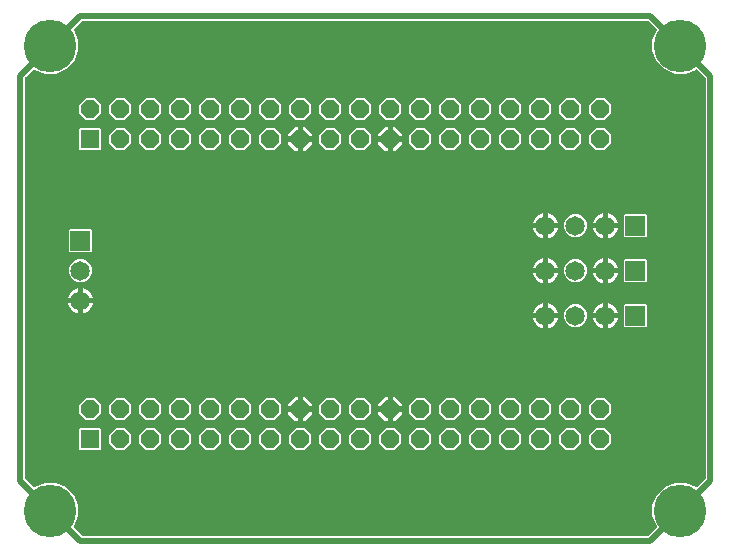
<source format=gbr>
G04 EAGLE Gerber RS-274X export*
G75*
%MOMM*%
%FSLAX34Y34*%
%LPD*%
%INBottom Copper*%
%IPPOS*%
%AMOC8*
5,1,8,0,0,1.08239X$1,22.5*%
G01*
%ADD10C,4.445000*%
%ADD11R,1.651000X1.651000*%
%ADD12C,1.651000*%
%ADD13R,1.524000X1.524000*%
%ADD14P,1.649562X8X22.500000*%
%ADD15C,0.756400*%
%ADD16C,0.508000*%

G36*
X543989Y16777D02*
X543989Y16777D01*
X544088Y16780D01*
X544146Y16797D01*
X544206Y16805D01*
X544298Y16841D01*
X544393Y16869D01*
X544445Y16899D01*
X544502Y16922D01*
X544582Y16980D01*
X544667Y17030D01*
X544743Y17096D01*
X544759Y17108D01*
X544767Y17118D01*
X544788Y17136D01*
X551039Y23388D01*
X551058Y23411D01*
X551080Y23430D01*
X551155Y23536D01*
X551234Y23639D01*
X551246Y23666D01*
X551263Y23690D01*
X551309Y23812D01*
X551361Y23931D01*
X551365Y23960D01*
X551376Y23988D01*
X551390Y24117D01*
X551411Y24245D01*
X551408Y24274D01*
X551411Y24304D01*
X551393Y24432D01*
X551381Y24562D01*
X551371Y24589D01*
X551367Y24619D01*
X551315Y24771D01*
X547750Y33376D01*
X547750Y42824D01*
X551366Y51553D01*
X558047Y58234D01*
X566776Y61850D01*
X576224Y61850D01*
X584829Y58285D01*
X584857Y58278D01*
X584884Y58264D01*
X585011Y58236D01*
X585136Y58202D01*
X585165Y58201D01*
X585194Y58195D01*
X585324Y58199D01*
X585454Y58196D01*
X585482Y58203D01*
X585512Y58204D01*
X585636Y58240D01*
X585763Y58271D01*
X585789Y58284D01*
X585817Y58293D01*
X585929Y58359D01*
X586044Y58419D01*
X586066Y58439D01*
X586091Y58454D01*
X586212Y58561D01*
X592464Y64812D01*
X592524Y64890D01*
X592592Y64962D01*
X592621Y65015D01*
X592658Y65063D01*
X592698Y65154D01*
X592746Y65241D01*
X592761Y65299D01*
X592785Y65355D01*
X592800Y65453D01*
X592825Y65549D01*
X592831Y65649D01*
X592835Y65669D01*
X592833Y65681D01*
X592835Y65709D01*
X592835Y404191D01*
X592823Y404289D01*
X592820Y404388D01*
X592803Y404446D01*
X592795Y404506D01*
X592759Y404598D01*
X592731Y404693D01*
X592701Y404745D01*
X592678Y404802D01*
X592620Y404882D01*
X592570Y404967D01*
X592504Y405043D01*
X592492Y405059D01*
X592482Y405067D01*
X592464Y405088D01*
X586212Y411339D01*
X586189Y411358D01*
X586170Y411380D01*
X586064Y411455D01*
X585961Y411534D01*
X585934Y411546D01*
X585910Y411563D01*
X585788Y411609D01*
X585669Y411661D01*
X585640Y411665D01*
X585612Y411676D01*
X585483Y411690D01*
X585355Y411711D01*
X585326Y411708D01*
X585296Y411711D01*
X585168Y411693D01*
X585038Y411681D01*
X585011Y411671D01*
X584981Y411667D01*
X584829Y411615D01*
X576224Y408050D01*
X566776Y408050D01*
X558047Y411666D01*
X551366Y418347D01*
X547750Y427076D01*
X547750Y436524D01*
X551315Y445129D01*
X551322Y445157D01*
X551336Y445184D01*
X551364Y445311D01*
X551398Y445436D01*
X551399Y445465D01*
X551405Y445494D01*
X551401Y445624D01*
X551404Y445754D01*
X551397Y445782D01*
X551396Y445812D01*
X551360Y445936D01*
X551329Y446063D01*
X551316Y446089D01*
X551307Y446117D01*
X551241Y446229D01*
X551181Y446344D01*
X551161Y446366D01*
X551146Y446391D01*
X551039Y446512D01*
X544788Y452764D01*
X544710Y452824D01*
X544638Y452892D01*
X544585Y452921D01*
X544537Y452958D01*
X544446Y452998D01*
X544359Y453046D01*
X544301Y453061D01*
X544245Y453085D01*
X544147Y453100D01*
X544051Y453125D01*
X543951Y453131D01*
X543931Y453135D01*
X543919Y453133D01*
X543891Y453135D01*
X65709Y453135D01*
X65611Y453123D01*
X65512Y453120D01*
X65454Y453103D01*
X65394Y453095D01*
X65302Y453059D01*
X65207Y453031D01*
X65155Y453001D01*
X65098Y452978D01*
X65018Y452920D01*
X64933Y452870D01*
X64857Y452804D01*
X64841Y452792D01*
X64833Y452782D01*
X64812Y452764D01*
X58561Y446512D01*
X58542Y446489D01*
X58520Y446470D01*
X58445Y446364D01*
X58366Y446261D01*
X58354Y446234D01*
X58337Y446210D01*
X58291Y446088D01*
X58239Y445969D01*
X58235Y445940D01*
X58224Y445912D01*
X58210Y445783D01*
X58189Y445655D01*
X58192Y445626D01*
X58189Y445596D01*
X58207Y445468D01*
X58219Y445338D01*
X58229Y445311D01*
X58233Y445281D01*
X58285Y445129D01*
X61850Y436524D01*
X61850Y427076D01*
X58234Y418347D01*
X51553Y411666D01*
X42824Y408050D01*
X33376Y408050D01*
X24771Y411615D01*
X24743Y411622D01*
X24716Y411636D01*
X24589Y411664D01*
X24464Y411698D01*
X24435Y411699D01*
X24406Y411705D01*
X24276Y411701D01*
X24146Y411704D01*
X24118Y411697D01*
X24088Y411696D01*
X23964Y411660D01*
X23837Y411629D01*
X23811Y411616D01*
X23783Y411607D01*
X23671Y411541D01*
X23556Y411481D01*
X23534Y411461D01*
X23509Y411446D01*
X23388Y411339D01*
X17136Y405088D01*
X17076Y405010D01*
X17008Y404938D01*
X16979Y404885D01*
X16942Y404837D01*
X16902Y404746D01*
X16854Y404659D01*
X16839Y404601D01*
X16815Y404545D01*
X16800Y404447D01*
X16775Y404351D01*
X16769Y404251D01*
X16765Y404231D01*
X16767Y404219D01*
X16765Y404191D01*
X16765Y65709D01*
X16777Y65611D01*
X16780Y65512D01*
X16797Y65454D01*
X16805Y65394D01*
X16841Y65302D01*
X16869Y65207D01*
X16899Y65154D01*
X16922Y65098D01*
X16980Y65018D01*
X17030Y64933D01*
X17096Y64857D01*
X17108Y64841D01*
X17118Y64833D01*
X17136Y64812D01*
X23388Y58561D01*
X23411Y58542D01*
X23430Y58520D01*
X23536Y58445D01*
X23639Y58366D01*
X23666Y58354D01*
X23690Y58337D01*
X23812Y58291D01*
X23931Y58239D01*
X23960Y58235D01*
X23988Y58224D01*
X24117Y58210D01*
X24245Y58189D01*
X24274Y58192D01*
X24304Y58189D01*
X24432Y58207D01*
X24562Y58219D01*
X24589Y58229D01*
X24619Y58233D01*
X24771Y58285D01*
X33376Y61850D01*
X42824Y61850D01*
X51553Y58234D01*
X58234Y51553D01*
X61850Y42824D01*
X61850Y33376D01*
X58285Y24771D01*
X58278Y24743D01*
X58264Y24716D01*
X58236Y24589D01*
X58202Y24464D01*
X58201Y24435D01*
X58195Y24406D01*
X58199Y24276D01*
X58196Y24146D01*
X58203Y24118D01*
X58204Y24088D01*
X58240Y23964D01*
X58271Y23837D01*
X58284Y23811D01*
X58293Y23783D01*
X58359Y23671D01*
X58419Y23556D01*
X58439Y23534D01*
X58454Y23509D01*
X58561Y23388D01*
X64812Y17136D01*
X64890Y17076D01*
X64962Y17008D01*
X65015Y16979D01*
X65063Y16942D01*
X65154Y16902D01*
X65241Y16854D01*
X65299Y16839D01*
X65355Y16815D01*
X65453Y16800D01*
X65549Y16775D01*
X65649Y16769D01*
X65669Y16765D01*
X65681Y16767D01*
X65709Y16765D01*
X543891Y16765D01*
X543989Y16777D01*
G37*
%LPC*%
G36*
X524513Y193420D02*
X524513Y193420D01*
X523620Y194313D01*
X523620Y212087D01*
X524513Y212980D01*
X542287Y212980D01*
X543180Y212087D01*
X543180Y194313D01*
X542287Y193420D01*
X524513Y193420D01*
G37*
%LPD*%
%LPC*%
G36*
X524513Y231520D02*
X524513Y231520D01*
X523620Y232413D01*
X523620Y250187D01*
X524513Y251080D01*
X542287Y251080D01*
X543180Y250187D01*
X543180Y232413D01*
X542287Y231520D01*
X524513Y231520D01*
G37*
%LPD*%
%LPC*%
G36*
X54613Y256920D02*
X54613Y256920D01*
X53720Y257813D01*
X53720Y275587D01*
X54613Y276480D01*
X72387Y276480D01*
X73280Y275587D01*
X73280Y257813D01*
X72387Y256920D01*
X54613Y256920D01*
G37*
%LPD*%
%LPC*%
G36*
X524513Y269620D02*
X524513Y269620D01*
X523620Y270513D01*
X523620Y288287D01*
X524513Y289180D01*
X542287Y289180D01*
X543180Y288287D01*
X543180Y270513D01*
X542287Y269620D01*
X524513Y269620D01*
G37*
%LPD*%
%LPC*%
G36*
X63548Y343655D02*
X63548Y343655D01*
X62655Y344548D01*
X62655Y361052D01*
X63548Y361945D01*
X80052Y361945D01*
X80945Y361052D01*
X80945Y344548D01*
X80052Y343655D01*
X63548Y343655D01*
G37*
%LPD*%
%LPC*%
G36*
X63548Y89655D02*
X63548Y89655D01*
X62655Y90548D01*
X62655Y107052D01*
X63548Y107945D01*
X80052Y107945D01*
X80945Y107052D01*
X80945Y90548D01*
X80052Y89655D01*
X63548Y89655D01*
G37*
%LPD*%
%LPC*%
G36*
X480655Y193420D02*
X480655Y193420D01*
X477060Y194909D01*
X474309Y197660D01*
X472820Y201255D01*
X472820Y205145D01*
X474309Y208740D01*
X477060Y211491D01*
X480655Y212980D01*
X484545Y212980D01*
X488140Y211491D01*
X490891Y208740D01*
X492380Y205145D01*
X492380Y201255D01*
X490891Y197660D01*
X488140Y194909D01*
X484545Y193420D01*
X480655Y193420D01*
G37*
%LPD*%
%LPC*%
G36*
X61555Y231520D02*
X61555Y231520D01*
X57960Y233009D01*
X55209Y235760D01*
X53720Y239355D01*
X53720Y243245D01*
X55209Y246840D01*
X57960Y249591D01*
X61555Y251080D01*
X65445Y251080D01*
X69040Y249591D01*
X71791Y246840D01*
X73280Y243245D01*
X73280Y239355D01*
X71791Y235760D01*
X69040Y233009D01*
X65445Y231520D01*
X61555Y231520D01*
G37*
%LPD*%
%LPC*%
G36*
X480655Y231520D02*
X480655Y231520D01*
X477060Y233009D01*
X474309Y235760D01*
X472820Y239355D01*
X472820Y243245D01*
X474309Y246840D01*
X477060Y249591D01*
X480655Y251080D01*
X484545Y251080D01*
X488140Y249591D01*
X490891Y246840D01*
X492380Y243245D01*
X492380Y239355D01*
X490891Y235760D01*
X488140Y233009D01*
X484545Y231520D01*
X480655Y231520D01*
G37*
%LPD*%
%LPC*%
G36*
X480655Y269620D02*
X480655Y269620D01*
X477060Y271109D01*
X474309Y273860D01*
X472820Y277455D01*
X472820Y281345D01*
X474309Y284940D01*
X477060Y287691D01*
X480655Y289180D01*
X484545Y289180D01*
X488140Y287691D01*
X490891Y284940D01*
X492380Y281345D01*
X492380Y277455D01*
X490891Y273860D01*
X488140Y271109D01*
X484545Y269620D01*
X480655Y269620D01*
G37*
%LPD*%
%LPC*%
G36*
X296612Y369055D02*
X296612Y369055D01*
X291255Y374412D01*
X291255Y381988D01*
X296612Y387345D01*
X304188Y387345D01*
X309545Y381988D01*
X309545Y374412D01*
X304188Y369055D01*
X296612Y369055D01*
G37*
%LPD*%
%LPC*%
G36*
X499812Y369055D02*
X499812Y369055D01*
X494455Y374412D01*
X494455Y381988D01*
X499812Y387345D01*
X507388Y387345D01*
X512745Y381988D01*
X512745Y374412D01*
X507388Y369055D01*
X499812Y369055D01*
G37*
%LPD*%
%LPC*%
G36*
X271212Y369055D02*
X271212Y369055D01*
X265855Y374412D01*
X265855Y381988D01*
X271212Y387345D01*
X278788Y387345D01*
X284145Y381988D01*
X284145Y374412D01*
X278788Y369055D01*
X271212Y369055D01*
G37*
%LPD*%
%LPC*%
G36*
X245812Y369055D02*
X245812Y369055D01*
X240455Y374412D01*
X240455Y381988D01*
X245812Y387345D01*
X253388Y387345D01*
X258745Y381988D01*
X258745Y374412D01*
X253388Y369055D01*
X245812Y369055D01*
G37*
%LPD*%
%LPC*%
G36*
X220412Y369055D02*
X220412Y369055D01*
X215055Y374412D01*
X215055Y381988D01*
X220412Y387345D01*
X227988Y387345D01*
X233345Y381988D01*
X233345Y374412D01*
X227988Y369055D01*
X220412Y369055D01*
G37*
%LPD*%
%LPC*%
G36*
X169612Y369055D02*
X169612Y369055D01*
X164255Y374412D01*
X164255Y381988D01*
X169612Y387345D01*
X177188Y387345D01*
X182545Y381988D01*
X182545Y374412D01*
X177188Y369055D01*
X169612Y369055D01*
G37*
%LPD*%
%LPC*%
G36*
X372812Y369055D02*
X372812Y369055D01*
X367455Y374412D01*
X367455Y381988D01*
X372812Y387345D01*
X380388Y387345D01*
X385745Y381988D01*
X385745Y374412D01*
X380388Y369055D01*
X372812Y369055D01*
G37*
%LPD*%
%LPC*%
G36*
X144212Y369055D02*
X144212Y369055D01*
X138855Y374412D01*
X138855Y381988D01*
X144212Y387345D01*
X151788Y387345D01*
X157145Y381988D01*
X157145Y374412D01*
X151788Y369055D01*
X144212Y369055D01*
G37*
%LPD*%
%LPC*%
G36*
X118812Y369055D02*
X118812Y369055D01*
X113455Y374412D01*
X113455Y381988D01*
X118812Y387345D01*
X126388Y387345D01*
X131745Y381988D01*
X131745Y374412D01*
X126388Y369055D01*
X118812Y369055D01*
G37*
%LPD*%
%LPC*%
G36*
X93412Y369055D02*
X93412Y369055D01*
X88055Y374412D01*
X88055Y381988D01*
X93412Y387345D01*
X100988Y387345D01*
X106345Y381988D01*
X106345Y374412D01*
X100988Y369055D01*
X93412Y369055D01*
G37*
%LPD*%
%LPC*%
G36*
X195012Y369055D02*
X195012Y369055D01*
X189655Y374412D01*
X189655Y381988D01*
X195012Y387345D01*
X202588Y387345D01*
X207945Y381988D01*
X207945Y374412D01*
X202588Y369055D01*
X195012Y369055D01*
G37*
%LPD*%
%LPC*%
G36*
X474412Y369055D02*
X474412Y369055D01*
X469055Y374412D01*
X469055Y381988D01*
X474412Y387345D01*
X481988Y387345D01*
X487345Y381988D01*
X487345Y374412D01*
X481988Y369055D01*
X474412Y369055D01*
G37*
%LPD*%
%LPC*%
G36*
X449012Y369055D02*
X449012Y369055D01*
X443655Y374412D01*
X443655Y381988D01*
X449012Y387345D01*
X456588Y387345D01*
X461945Y381988D01*
X461945Y374412D01*
X456588Y369055D01*
X449012Y369055D01*
G37*
%LPD*%
%LPC*%
G36*
X423612Y369055D02*
X423612Y369055D01*
X418255Y374412D01*
X418255Y381988D01*
X423612Y387345D01*
X431188Y387345D01*
X436545Y381988D01*
X436545Y374412D01*
X431188Y369055D01*
X423612Y369055D01*
G37*
%LPD*%
%LPC*%
G36*
X398212Y369055D02*
X398212Y369055D01*
X392855Y374412D01*
X392855Y381988D01*
X398212Y387345D01*
X405788Y387345D01*
X411145Y381988D01*
X411145Y374412D01*
X405788Y369055D01*
X398212Y369055D01*
G37*
%LPD*%
%LPC*%
G36*
X68012Y369055D02*
X68012Y369055D01*
X62655Y374412D01*
X62655Y381988D01*
X68012Y387345D01*
X75588Y387345D01*
X80945Y381988D01*
X80945Y374412D01*
X75588Y369055D01*
X68012Y369055D01*
G37*
%LPD*%
%LPC*%
G36*
X347412Y369055D02*
X347412Y369055D01*
X342055Y374412D01*
X342055Y381988D01*
X347412Y387345D01*
X354988Y387345D01*
X360345Y381988D01*
X360345Y374412D01*
X354988Y369055D01*
X347412Y369055D01*
G37*
%LPD*%
%LPC*%
G36*
X322012Y369055D02*
X322012Y369055D01*
X316655Y374412D01*
X316655Y381988D01*
X322012Y387345D01*
X329588Y387345D01*
X334945Y381988D01*
X334945Y374412D01*
X329588Y369055D01*
X322012Y369055D01*
G37*
%LPD*%
%LPC*%
G36*
X474412Y89655D02*
X474412Y89655D01*
X469055Y95012D01*
X469055Y102588D01*
X474412Y107945D01*
X481988Y107945D01*
X487345Y102588D01*
X487345Y95012D01*
X481988Y89655D01*
X474412Y89655D01*
G37*
%LPD*%
%LPC*%
G36*
X423612Y89655D02*
X423612Y89655D01*
X418255Y95012D01*
X418255Y102588D01*
X423612Y107945D01*
X431188Y107945D01*
X436545Y102588D01*
X436545Y95012D01*
X431188Y89655D01*
X423612Y89655D01*
G37*
%LPD*%
%LPC*%
G36*
X398212Y89655D02*
X398212Y89655D01*
X392855Y95012D01*
X392855Y102588D01*
X398212Y107945D01*
X405788Y107945D01*
X411145Y102588D01*
X411145Y95012D01*
X405788Y89655D01*
X398212Y89655D01*
G37*
%LPD*%
%LPC*%
G36*
X372812Y89655D02*
X372812Y89655D01*
X367455Y95012D01*
X367455Y102588D01*
X372812Y107945D01*
X380388Y107945D01*
X385745Y102588D01*
X385745Y95012D01*
X380388Y89655D01*
X372812Y89655D01*
G37*
%LPD*%
%LPC*%
G36*
X499812Y343655D02*
X499812Y343655D01*
X494455Y349012D01*
X494455Y356588D01*
X499812Y361945D01*
X507388Y361945D01*
X512745Y356588D01*
X512745Y349012D01*
X507388Y343655D01*
X499812Y343655D01*
G37*
%LPD*%
%LPC*%
G36*
X474412Y343655D02*
X474412Y343655D01*
X469055Y349012D01*
X469055Y356588D01*
X474412Y361945D01*
X481988Y361945D01*
X487345Y356588D01*
X487345Y349012D01*
X481988Y343655D01*
X474412Y343655D01*
G37*
%LPD*%
%LPC*%
G36*
X449012Y343655D02*
X449012Y343655D01*
X443655Y349012D01*
X443655Y356588D01*
X449012Y361945D01*
X456588Y361945D01*
X461945Y356588D01*
X461945Y349012D01*
X456588Y343655D01*
X449012Y343655D01*
G37*
%LPD*%
%LPC*%
G36*
X423612Y343655D02*
X423612Y343655D01*
X418255Y349012D01*
X418255Y356588D01*
X423612Y361945D01*
X431188Y361945D01*
X436545Y356588D01*
X436545Y349012D01*
X431188Y343655D01*
X423612Y343655D01*
G37*
%LPD*%
%LPC*%
G36*
X398212Y343655D02*
X398212Y343655D01*
X392855Y349012D01*
X392855Y356588D01*
X398212Y361945D01*
X405788Y361945D01*
X411145Y356588D01*
X411145Y349012D01*
X405788Y343655D01*
X398212Y343655D01*
G37*
%LPD*%
%LPC*%
G36*
X372812Y343655D02*
X372812Y343655D01*
X367455Y349012D01*
X367455Y356588D01*
X372812Y361945D01*
X380388Y361945D01*
X385745Y356588D01*
X385745Y349012D01*
X380388Y343655D01*
X372812Y343655D01*
G37*
%LPD*%
%LPC*%
G36*
X347412Y343655D02*
X347412Y343655D01*
X342055Y349012D01*
X342055Y356588D01*
X347412Y361945D01*
X354988Y361945D01*
X360345Y356588D01*
X360345Y349012D01*
X354988Y343655D01*
X347412Y343655D01*
G37*
%LPD*%
%LPC*%
G36*
X296612Y343655D02*
X296612Y343655D01*
X291255Y349012D01*
X291255Y356588D01*
X296612Y361945D01*
X304188Y361945D01*
X309545Y356588D01*
X309545Y349012D01*
X304188Y343655D01*
X296612Y343655D01*
G37*
%LPD*%
%LPC*%
G36*
X271212Y343655D02*
X271212Y343655D01*
X265855Y349012D01*
X265855Y356588D01*
X271212Y361945D01*
X278788Y361945D01*
X284145Y356588D01*
X284145Y349012D01*
X278788Y343655D01*
X271212Y343655D01*
G37*
%LPD*%
%LPC*%
G36*
X220412Y343655D02*
X220412Y343655D01*
X215055Y349012D01*
X215055Y356588D01*
X220412Y361945D01*
X227988Y361945D01*
X233345Y356588D01*
X233345Y349012D01*
X227988Y343655D01*
X220412Y343655D01*
G37*
%LPD*%
%LPC*%
G36*
X195012Y343655D02*
X195012Y343655D01*
X189655Y349012D01*
X189655Y356588D01*
X195012Y361945D01*
X202588Y361945D01*
X207945Y356588D01*
X207945Y349012D01*
X202588Y343655D01*
X195012Y343655D01*
G37*
%LPD*%
%LPC*%
G36*
X169612Y343655D02*
X169612Y343655D01*
X164255Y349012D01*
X164255Y356588D01*
X169612Y361945D01*
X177188Y361945D01*
X182545Y356588D01*
X182545Y349012D01*
X177188Y343655D01*
X169612Y343655D01*
G37*
%LPD*%
%LPC*%
G36*
X144212Y343655D02*
X144212Y343655D01*
X138855Y349012D01*
X138855Y356588D01*
X144212Y361945D01*
X151788Y361945D01*
X157145Y356588D01*
X157145Y349012D01*
X151788Y343655D01*
X144212Y343655D01*
G37*
%LPD*%
%LPC*%
G36*
X118812Y343655D02*
X118812Y343655D01*
X113455Y349012D01*
X113455Y356588D01*
X118812Y361945D01*
X126388Y361945D01*
X131745Y356588D01*
X131745Y349012D01*
X126388Y343655D01*
X118812Y343655D01*
G37*
%LPD*%
%LPC*%
G36*
X93412Y343655D02*
X93412Y343655D01*
X88055Y349012D01*
X88055Y356588D01*
X93412Y361945D01*
X100988Y361945D01*
X106345Y356588D01*
X106345Y349012D01*
X100988Y343655D01*
X93412Y343655D01*
G37*
%LPD*%
%LPC*%
G36*
X347412Y89655D02*
X347412Y89655D01*
X342055Y95012D01*
X342055Y102588D01*
X347412Y107945D01*
X354988Y107945D01*
X360345Y102588D01*
X360345Y95012D01*
X354988Y89655D01*
X347412Y89655D01*
G37*
%LPD*%
%LPC*%
G36*
X322012Y89655D02*
X322012Y89655D01*
X316655Y95012D01*
X316655Y102588D01*
X322012Y107945D01*
X329588Y107945D01*
X334945Y102588D01*
X334945Y95012D01*
X329588Y89655D01*
X322012Y89655D01*
G37*
%LPD*%
%LPC*%
G36*
X296612Y89655D02*
X296612Y89655D01*
X291255Y95012D01*
X291255Y102588D01*
X296612Y107945D01*
X304188Y107945D01*
X309545Y102588D01*
X309545Y95012D01*
X304188Y89655D01*
X296612Y89655D01*
G37*
%LPD*%
%LPC*%
G36*
X271212Y89655D02*
X271212Y89655D01*
X265855Y95012D01*
X265855Y102588D01*
X271212Y107945D01*
X278788Y107945D01*
X284145Y102588D01*
X284145Y95012D01*
X278788Y89655D01*
X271212Y89655D01*
G37*
%LPD*%
%LPC*%
G36*
X245812Y89655D02*
X245812Y89655D01*
X240455Y95012D01*
X240455Y102588D01*
X245812Y107945D01*
X253388Y107945D01*
X258745Y102588D01*
X258745Y95012D01*
X253388Y89655D01*
X245812Y89655D01*
G37*
%LPD*%
%LPC*%
G36*
X220412Y89655D02*
X220412Y89655D01*
X215055Y95012D01*
X215055Y102588D01*
X220412Y107945D01*
X227988Y107945D01*
X233345Y102588D01*
X233345Y95012D01*
X227988Y89655D01*
X220412Y89655D01*
G37*
%LPD*%
%LPC*%
G36*
X195012Y89655D02*
X195012Y89655D01*
X189655Y95012D01*
X189655Y102588D01*
X195012Y107945D01*
X202588Y107945D01*
X207945Y102588D01*
X207945Y95012D01*
X202588Y89655D01*
X195012Y89655D01*
G37*
%LPD*%
%LPC*%
G36*
X169612Y89655D02*
X169612Y89655D01*
X164255Y95012D01*
X164255Y102588D01*
X169612Y107945D01*
X177188Y107945D01*
X182545Y102588D01*
X182545Y95012D01*
X177188Y89655D01*
X169612Y89655D01*
G37*
%LPD*%
%LPC*%
G36*
X144212Y89655D02*
X144212Y89655D01*
X138855Y95012D01*
X138855Y102588D01*
X144212Y107945D01*
X151788Y107945D01*
X157145Y102588D01*
X157145Y95012D01*
X151788Y89655D01*
X144212Y89655D01*
G37*
%LPD*%
%LPC*%
G36*
X118812Y89655D02*
X118812Y89655D01*
X113455Y95012D01*
X113455Y102588D01*
X118812Y107945D01*
X126388Y107945D01*
X131745Y102588D01*
X131745Y95012D01*
X126388Y89655D01*
X118812Y89655D01*
G37*
%LPD*%
%LPC*%
G36*
X93412Y89655D02*
X93412Y89655D01*
X88055Y95012D01*
X88055Y102588D01*
X93412Y107945D01*
X100988Y107945D01*
X106345Y102588D01*
X106345Y95012D01*
X100988Y89655D01*
X93412Y89655D01*
G37*
%LPD*%
%LPC*%
G36*
X449012Y89655D02*
X449012Y89655D01*
X443655Y95012D01*
X443655Y102588D01*
X449012Y107945D01*
X456588Y107945D01*
X461945Y102588D01*
X461945Y95012D01*
X456588Y89655D01*
X449012Y89655D01*
G37*
%LPD*%
%LPC*%
G36*
X118812Y115055D02*
X118812Y115055D01*
X113455Y120412D01*
X113455Y127988D01*
X118812Y133345D01*
X126388Y133345D01*
X131745Y127988D01*
X131745Y120412D01*
X126388Y115055D01*
X118812Y115055D01*
G37*
%LPD*%
%LPC*%
G36*
X347412Y115055D02*
X347412Y115055D01*
X342055Y120412D01*
X342055Y127988D01*
X347412Y133345D01*
X354988Y133345D01*
X360345Y127988D01*
X360345Y120412D01*
X354988Y115055D01*
X347412Y115055D01*
G37*
%LPD*%
%LPC*%
G36*
X296612Y115055D02*
X296612Y115055D01*
X291255Y120412D01*
X291255Y127988D01*
X296612Y133345D01*
X304188Y133345D01*
X309545Y127988D01*
X309545Y120412D01*
X304188Y115055D01*
X296612Y115055D01*
G37*
%LPD*%
%LPC*%
G36*
X271212Y115055D02*
X271212Y115055D01*
X265855Y120412D01*
X265855Y127988D01*
X271212Y133345D01*
X278788Y133345D01*
X284145Y127988D01*
X284145Y120412D01*
X278788Y115055D01*
X271212Y115055D01*
G37*
%LPD*%
%LPC*%
G36*
X220412Y115055D02*
X220412Y115055D01*
X215055Y120412D01*
X215055Y127988D01*
X220412Y133345D01*
X227988Y133345D01*
X233345Y127988D01*
X233345Y120412D01*
X227988Y115055D01*
X220412Y115055D01*
G37*
%LPD*%
%LPC*%
G36*
X195012Y115055D02*
X195012Y115055D01*
X189655Y120412D01*
X189655Y127988D01*
X195012Y133345D01*
X202588Y133345D01*
X207945Y127988D01*
X207945Y120412D01*
X202588Y115055D01*
X195012Y115055D01*
G37*
%LPD*%
%LPC*%
G36*
X169612Y115055D02*
X169612Y115055D01*
X164255Y120412D01*
X164255Y127988D01*
X169612Y133345D01*
X177188Y133345D01*
X182545Y127988D01*
X182545Y120412D01*
X177188Y115055D01*
X169612Y115055D01*
G37*
%LPD*%
%LPC*%
G36*
X144212Y115055D02*
X144212Y115055D01*
X138855Y120412D01*
X138855Y127988D01*
X144212Y133345D01*
X151788Y133345D01*
X157145Y127988D01*
X157145Y120412D01*
X151788Y115055D01*
X144212Y115055D01*
G37*
%LPD*%
%LPC*%
G36*
X93412Y115055D02*
X93412Y115055D01*
X88055Y120412D01*
X88055Y127988D01*
X93412Y133345D01*
X100988Y133345D01*
X106345Y127988D01*
X106345Y120412D01*
X100988Y115055D01*
X93412Y115055D01*
G37*
%LPD*%
%LPC*%
G36*
X68012Y115055D02*
X68012Y115055D01*
X62655Y120412D01*
X62655Y127988D01*
X68012Y133345D01*
X75588Y133345D01*
X80945Y127988D01*
X80945Y120412D01*
X75588Y115055D01*
X68012Y115055D01*
G37*
%LPD*%
%LPC*%
G36*
X499812Y115055D02*
X499812Y115055D01*
X494455Y120412D01*
X494455Y127988D01*
X499812Y133345D01*
X507388Y133345D01*
X512745Y127988D01*
X512745Y120412D01*
X507388Y115055D01*
X499812Y115055D01*
G37*
%LPD*%
%LPC*%
G36*
X474412Y115055D02*
X474412Y115055D01*
X469055Y120412D01*
X469055Y127988D01*
X474412Y133345D01*
X481988Y133345D01*
X487345Y127988D01*
X487345Y120412D01*
X481988Y115055D01*
X474412Y115055D01*
G37*
%LPD*%
%LPC*%
G36*
X449012Y115055D02*
X449012Y115055D01*
X443655Y120412D01*
X443655Y127988D01*
X449012Y133345D01*
X456588Y133345D01*
X461945Y127988D01*
X461945Y120412D01*
X456588Y115055D01*
X449012Y115055D01*
G37*
%LPD*%
%LPC*%
G36*
X423612Y115055D02*
X423612Y115055D01*
X418255Y120412D01*
X418255Y127988D01*
X423612Y133345D01*
X431188Y133345D01*
X436545Y127988D01*
X436545Y120412D01*
X431188Y115055D01*
X423612Y115055D01*
G37*
%LPD*%
%LPC*%
G36*
X398212Y115055D02*
X398212Y115055D01*
X392855Y120412D01*
X392855Y127988D01*
X398212Y133345D01*
X405788Y133345D01*
X411145Y127988D01*
X411145Y120412D01*
X405788Y115055D01*
X398212Y115055D01*
G37*
%LPD*%
%LPC*%
G36*
X372812Y115055D02*
X372812Y115055D01*
X367455Y120412D01*
X367455Y127988D01*
X372812Y133345D01*
X380388Y133345D01*
X385745Y127988D01*
X385745Y120412D01*
X380388Y115055D01*
X372812Y115055D01*
G37*
%LPD*%
%LPC*%
G36*
X499812Y89655D02*
X499812Y89655D01*
X494455Y95012D01*
X494455Y102588D01*
X499812Y107945D01*
X507388Y107945D01*
X512745Y102588D01*
X512745Y95012D01*
X507388Y89655D01*
X499812Y89655D01*
G37*
%LPD*%
%LPC*%
G36*
X459422Y243522D02*
X459422Y243522D01*
X459422Y251878D01*
X459728Y251830D01*
X461344Y251305D01*
X462858Y250533D01*
X464233Y249535D01*
X465435Y248333D01*
X466433Y246958D01*
X467205Y245444D01*
X467730Y243828D01*
X467778Y243522D01*
X459422Y243522D01*
G37*
%LPD*%
%LPC*%
G36*
X65722Y218122D02*
X65722Y218122D01*
X65722Y226478D01*
X66028Y226430D01*
X67644Y225905D01*
X69158Y225133D01*
X70533Y224135D01*
X71735Y222933D01*
X72733Y221558D01*
X73505Y220044D01*
X74030Y218428D01*
X74078Y218122D01*
X65722Y218122D01*
G37*
%LPD*%
%LPC*%
G36*
X510222Y243522D02*
X510222Y243522D01*
X510222Y251878D01*
X510528Y251830D01*
X512144Y251305D01*
X513658Y250533D01*
X515033Y249535D01*
X516235Y248333D01*
X517233Y246958D01*
X518005Y245444D01*
X518530Y243828D01*
X518578Y243522D01*
X510222Y243522D01*
G37*
%LPD*%
%LPC*%
G36*
X459422Y205422D02*
X459422Y205422D01*
X459422Y213778D01*
X459728Y213730D01*
X461344Y213205D01*
X462858Y212433D01*
X464233Y211435D01*
X465435Y210233D01*
X466433Y208858D01*
X467205Y207344D01*
X467730Y205728D01*
X467778Y205422D01*
X459422Y205422D01*
G37*
%LPD*%
%LPC*%
G36*
X510222Y205422D02*
X510222Y205422D01*
X510222Y213778D01*
X510528Y213730D01*
X512144Y213205D01*
X513658Y212433D01*
X515033Y211435D01*
X516235Y210233D01*
X517233Y208858D01*
X518005Y207344D01*
X518530Y205728D01*
X518578Y205422D01*
X510222Y205422D01*
G37*
%LPD*%
%LPC*%
G36*
X510222Y281622D02*
X510222Y281622D01*
X510222Y289978D01*
X510528Y289930D01*
X512144Y289405D01*
X513658Y288633D01*
X515033Y287635D01*
X516235Y286433D01*
X517233Y285058D01*
X518005Y283544D01*
X518530Y281928D01*
X518578Y281622D01*
X510222Y281622D01*
G37*
%LPD*%
%LPC*%
G36*
X459422Y281622D02*
X459422Y281622D01*
X459422Y289978D01*
X459728Y289930D01*
X461344Y289405D01*
X462858Y288633D01*
X464233Y287635D01*
X465435Y286433D01*
X466433Y285058D01*
X467205Y283544D01*
X467730Y281928D01*
X467778Y281622D01*
X459422Y281622D01*
G37*
%LPD*%
%LPC*%
G36*
X497422Y205422D02*
X497422Y205422D01*
X497470Y205728D01*
X497995Y207344D01*
X498767Y208858D01*
X499765Y210233D01*
X500967Y211435D01*
X502342Y212433D01*
X503856Y213205D01*
X505472Y213730D01*
X505778Y213778D01*
X505778Y205422D01*
X497422Y205422D01*
G37*
%LPD*%
%LPC*%
G36*
X65722Y213678D02*
X65722Y213678D01*
X74078Y213678D01*
X74030Y213372D01*
X73505Y211756D01*
X72733Y210242D01*
X71735Y208867D01*
X70533Y207665D01*
X69158Y206667D01*
X67644Y205895D01*
X66028Y205370D01*
X65722Y205322D01*
X65722Y213678D01*
G37*
%LPD*%
%LPC*%
G36*
X446622Y243522D02*
X446622Y243522D01*
X446670Y243828D01*
X447195Y245444D01*
X447967Y246958D01*
X448965Y248333D01*
X450167Y249535D01*
X451542Y250533D01*
X453056Y251305D01*
X454672Y251830D01*
X454978Y251878D01*
X454978Y243522D01*
X446622Y243522D01*
G37*
%LPD*%
%LPC*%
G36*
X510222Y200978D02*
X510222Y200978D01*
X518578Y200978D01*
X518530Y200672D01*
X518005Y199056D01*
X517233Y197542D01*
X516235Y196167D01*
X515033Y194965D01*
X513658Y193967D01*
X512144Y193195D01*
X510528Y192670D01*
X510222Y192622D01*
X510222Y200978D01*
G37*
%LPD*%
%LPC*%
G36*
X459422Y200978D02*
X459422Y200978D01*
X467778Y200978D01*
X467730Y200672D01*
X467205Y199056D01*
X466433Y197542D01*
X465435Y196167D01*
X464233Y194965D01*
X462858Y193967D01*
X461344Y193195D01*
X459728Y192670D01*
X459422Y192622D01*
X459422Y200978D01*
G37*
%LPD*%
%LPC*%
G36*
X510222Y239078D02*
X510222Y239078D01*
X518578Y239078D01*
X518530Y238772D01*
X518005Y237156D01*
X517233Y235642D01*
X516235Y234267D01*
X515033Y233065D01*
X513658Y232067D01*
X512144Y231295D01*
X510528Y230770D01*
X510222Y230722D01*
X510222Y239078D01*
G37*
%LPD*%
%LPC*%
G36*
X459422Y239078D02*
X459422Y239078D01*
X467778Y239078D01*
X467730Y238772D01*
X467205Y237156D01*
X466433Y235642D01*
X465435Y234267D01*
X464233Y233065D01*
X462858Y232067D01*
X461344Y231295D01*
X459728Y230770D01*
X459422Y230722D01*
X459422Y239078D01*
G37*
%LPD*%
%LPC*%
G36*
X52922Y218122D02*
X52922Y218122D01*
X52970Y218428D01*
X53495Y220044D01*
X54267Y221558D01*
X55265Y222933D01*
X56467Y224135D01*
X57842Y225133D01*
X59356Y225905D01*
X60972Y226430D01*
X61278Y226478D01*
X61278Y218122D01*
X52922Y218122D01*
G37*
%LPD*%
%LPC*%
G36*
X510222Y277178D02*
X510222Y277178D01*
X518578Y277178D01*
X518530Y276872D01*
X518005Y275256D01*
X517233Y273742D01*
X516235Y272367D01*
X515033Y271165D01*
X513658Y270167D01*
X512144Y269395D01*
X510528Y268870D01*
X510222Y268822D01*
X510222Y277178D01*
G37*
%LPD*%
%LPC*%
G36*
X446622Y205422D02*
X446622Y205422D01*
X446670Y205728D01*
X447195Y207344D01*
X447967Y208858D01*
X448965Y210233D01*
X450167Y211435D01*
X451542Y212433D01*
X453056Y213205D01*
X454672Y213730D01*
X454978Y213778D01*
X454978Y205422D01*
X446622Y205422D01*
G37*
%LPD*%
%LPC*%
G36*
X459422Y277178D02*
X459422Y277178D01*
X467778Y277178D01*
X467730Y276872D01*
X467205Y275256D01*
X466433Y273742D01*
X465435Y272367D01*
X464233Y271165D01*
X462858Y270167D01*
X461344Y269395D01*
X459728Y268870D01*
X459422Y268822D01*
X459422Y277178D01*
G37*
%LPD*%
%LPC*%
G36*
X497422Y243522D02*
X497422Y243522D01*
X497470Y243828D01*
X497995Y245444D01*
X498767Y246958D01*
X499765Y248333D01*
X500967Y249535D01*
X502342Y250533D01*
X503856Y251305D01*
X505472Y251830D01*
X505778Y251878D01*
X505778Y243522D01*
X497422Y243522D01*
G37*
%LPD*%
%LPC*%
G36*
X446622Y281622D02*
X446622Y281622D01*
X446670Y281928D01*
X447195Y283544D01*
X447967Y285058D01*
X448965Y286433D01*
X450167Y287635D01*
X451542Y288633D01*
X453056Y289405D01*
X454672Y289930D01*
X454978Y289978D01*
X454978Y281622D01*
X446622Y281622D01*
G37*
%LPD*%
%LPC*%
G36*
X497422Y281622D02*
X497422Y281622D01*
X497470Y281928D01*
X497995Y283544D01*
X498767Y285058D01*
X499765Y286433D01*
X500967Y287635D01*
X502342Y288633D01*
X503856Y289405D01*
X505472Y289930D01*
X505778Y289978D01*
X505778Y281622D01*
X497422Y281622D01*
G37*
%LPD*%
%LPC*%
G36*
X505472Y268870D02*
X505472Y268870D01*
X503856Y269395D01*
X502342Y270167D01*
X500967Y271165D01*
X499765Y272367D01*
X498767Y273742D01*
X497995Y275256D01*
X497470Y276872D01*
X497422Y277178D01*
X505778Y277178D01*
X505778Y268822D01*
X505472Y268870D01*
G37*
%LPD*%
%LPC*%
G36*
X505472Y192670D02*
X505472Y192670D01*
X503856Y193195D01*
X502342Y193967D01*
X500967Y194965D01*
X499765Y196167D01*
X498767Y197542D01*
X497995Y199056D01*
X497470Y200672D01*
X497422Y200978D01*
X505778Y200978D01*
X505778Y192622D01*
X505472Y192670D01*
G37*
%LPD*%
%LPC*%
G36*
X505472Y230770D02*
X505472Y230770D01*
X503856Y231295D01*
X502342Y232067D01*
X500967Y233065D01*
X499765Y234267D01*
X498767Y235642D01*
X497995Y237156D01*
X497470Y238772D01*
X497422Y239078D01*
X505778Y239078D01*
X505778Y230722D01*
X505472Y230770D01*
G37*
%LPD*%
%LPC*%
G36*
X454672Y230770D02*
X454672Y230770D01*
X453056Y231295D01*
X451542Y232067D01*
X450167Y233065D01*
X448965Y234267D01*
X447967Y235642D01*
X447195Y237156D01*
X446670Y238772D01*
X446622Y239078D01*
X454978Y239078D01*
X454978Y230722D01*
X454672Y230770D01*
G37*
%LPD*%
%LPC*%
G36*
X454672Y192670D02*
X454672Y192670D01*
X453056Y193195D01*
X451542Y193967D01*
X450167Y194965D01*
X448965Y196167D01*
X447967Y197542D01*
X447195Y199056D01*
X446670Y200672D01*
X446622Y200978D01*
X454978Y200978D01*
X454978Y192622D01*
X454672Y192670D01*
G37*
%LPD*%
%LPC*%
G36*
X60972Y205370D02*
X60972Y205370D01*
X59356Y205895D01*
X57842Y206667D01*
X56467Y207665D01*
X55265Y208867D01*
X54267Y210242D01*
X53495Y211756D01*
X52970Y213372D01*
X52922Y213678D01*
X61278Y213678D01*
X61278Y205322D01*
X60972Y205370D01*
G37*
%LPD*%
%LPC*%
G36*
X454672Y268870D02*
X454672Y268870D01*
X453056Y269395D01*
X451542Y270167D01*
X450167Y271165D01*
X448965Y272367D01*
X447967Y273742D01*
X447195Y275256D01*
X446670Y276872D01*
X446622Y277178D01*
X454978Y277178D01*
X454978Y268822D01*
X454672Y268870D01*
G37*
%LPD*%
%LPC*%
G36*
X328022Y355022D02*
X328022Y355022D01*
X328022Y362961D01*
X330009Y362961D01*
X335961Y357009D01*
X335961Y355022D01*
X328022Y355022D01*
G37*
%LPD*%
%LPC*%
G36*
X328022Y126422D02*
X328022Y126422D01*
X328022Y134361D01*
X330009Y134361D01*
X335961Y128409D01*
X335961Y126422D01*
X328022Y126422D01*
G37*
%LPD*%
%LPC*%
G36*
X251822Y126422D02*
X251822Y126422D01*
X251822Y134361D01*
X253809Y134361D01*
X259761Y128409D01*
X259761Y126422D01*
X251822Y126422D01*
G37*
%LPD*%
%LPC*%
G36*
X251822Y355022D02*
X251822Y355022D01*
X251822Y362961D01*
X253809Y362961D01*
X259761Y357009D01*
X259761Y355022D01*
X251822Y355022D01*
G37*
%LPD*%
%LPC*%
G36*
X239439Y355022D02*
X239439Y355022D01*
X239439Y357009D01*
X245391Y362961D01*
X247378Y362961D01*
X247378Y355022D01*
X239439Y355022D01*
G37*
%LPD*%
%LPC*%
G36*
X315639Y355022D02*
X315639Y355022D01*
X315639Y357009D01*
X321591Y362961D01*
X323578Y362961D01*
X323578Y355022D01*
X315639Y355022D01*
G37*
%LPD*%
%LPC*%
G36*
X328022Y342639D02*
X328022Y342639D01*
X328022Y350578D01*
X335961Y350578D01*
X335961Y348591D01*
X330009Y342639D01*
X328022Y342639D01*
G37*
%LPD*%
%LPC*%
G36*
X251822Y342639D02*
X251822Y342639D01*
X251822Y350578D01*
X259761Y350578D01*
X259761Y348591D01*
X253809Y342639D01*
X251822Y342639D01*
G37*
%LPD*%
%LPC*%
G36*
X315639Y126422D02*
X315639Y126422D01*
X315639Y128409D01*
X321591Y134361D01*
X323578Y134361D01*
X323578Y126422D01*
X315639Y126422D01*
G37*
%LPD*%
%LPC*%
G36*
X251822Y114039D02*
X251822Y114039D01*
X251822Y121978D01*
X259761Y121978D01*
X259761Y119991D01*
X253809Y114039D01*
X251822Y114039D01*
G37*
%LPD*%
%LPC*%
G36*
X328022Y114039D02*
X328022Y114039D01*
X328022Y121978D01*
X335961Y121978D01*
X335961Y119991D01*
X330009Y114039D01*
X328022Y114039D01*
G37*
%LPD*%
%LPC*%
G36*
X239439Y126422D02*
X239439Y126422D01*
X239439Y128409D01*
X245391Y134361D01*
X247378Y134361D01*
X247378Y126422D01*
X239439Y126422D01*
G37*
%LPD*%
%LPC*%
G36*
X245391Y342639D02*
X245391Y342639D01*
X239439Y348591D01*
X239439Y350578D01*
X247378Y350578D01*
X247378Y342639D01*
X245391Y342639D01*
G37*
%LPD*%
%LPC*%
G36*
X321591Y342639D02*
X321591Y342639D01*
X315639Y348591D01*
X315639Y350578D01*
X323578Y350578D01*
X323578Y342639D01*
X321591Y342639D01*
G37*
%LPD*%
%LPC*%
G36*
X321591Y114039D02*
X321591Y114039D01*
X315639Y119991D01*
X315639Y121978D01*
X323578Y121978D01*
X323578Y114039D01*
X321591Y114039D01*
G37*
%LPD*%
%LPC*%
G36*
X245391Y114039D02*
X245391Y114039D01*
X239439Y119991D01*
X239439Y121978D01*
X247378Y121978D01*
X247378Y114039D01*
X245391Y114039D01*
G37*
%LPD*%
D10*
X38100Y431800D03*
X571500Y431800D03*
X571500Y38100D03*
X38100Y38100D03*
D11*
X533400Y203200D03*
D12*
X508000Y203200D03*
X482600Y203200D03*
X457200Y203200D03*
D11*
X533400Y241300D03*
D12*
X508000Y241300D03*
X482600Y241300D03*
X457200Y241300D03*
D11*
X533400Y279400D03*
D12*
X508000Y279400D03*
X482600Y279400D03*
X457200Y279400D03*
D11*
X63500Y266700D03*
D12*
X63500Y241300D03*
X63500Y215900D03*
D13*
X71800Y98800D03*
D14*
X71800Y124200D03*
X97200Y98800D03*
X97200Y124200D03*
X122600Y98800D03*
X122600Y124200D03*
X148000Y98800D03*
X148000Y124200D03*
X173400Y98800D03*
X173400Y124200D03*
X198800Y98800D03*
X198800Y124200D03*
X224200Y98800D03*
X224200Y124200D03*
X249600Y98800D03*
X249600Y124200D03*
X275000Y98800D03*
X275000Y124200D03*
X300400Y98800D03*
X300400Y124200D03*
X325800Y98800D03*
X325800Y124200D03*
X351200Y98800D03*
X351200Y124200D03*
X376600Y98800D03*
X376600Y124200D03*
X402000Y98800D03*
X402000Y124200D03*
X427400Y98800D03*
X427400Y124200D03*
X452800Y98800D03*
X452800Y124200D03*
X478200Y98800D03*
X478200Y124200D03*
X503600Y98800D03*
X503600Y124200D03*
D13*
X71800Y352800D03*
D14*
X71800Y378200D03*
X97200Y352800D03*
X97200Y378200D03*
X122600Y352800D03*
X122600Y378200D03*
X148000Y352800D03*
X148000Y378200D03*
X173400Y352800D03*
X173400Y378200D03*
X198800Y352800D03*
X198800Y378200D03*
X224200Y352800D03*
X224200Y378200D03*
X249600Y352800D03*
X249600Y378200D03*
X275000Y352800D03*
X275000Y378200D03*
X300400Y352800D03*
X300400Y378200D03*
X325800Y352800D03*
X325800Y378200D03*
X351200Y352800D03*
X351200Y378200D03*
X376600Y352800D03*
X376600Y378200D03*
X402000Y352800D03*
X402000Y378200D03*
X427400Y352800D03*
X427400Y378200D03*
X452800Y352800D03*
X452800Y378200D03*
X478200Y352800D03*
X478200Y378200D03*
X503600Y352800D03*
X503600Y378200D03*
D15*
X160020Y284480D03*
D16*
X38100Y431800D02*
X63500Y457200D01*
X546100Y457200D02*
X571500Y431800D01*
X546100Y457200D02*
X63500Y457200D01*
X571500Y38100D02*
X596900Y63500D01*
X596900Y406400D02*
X571500Y431800D01*
X596900Y406400D02*
X596900Y63500D01*
X38100Y431800D02*
X12700Y406400D01*
X12700Y63500D02*
X38100Y38100D01*
X12700Y63500D02*
X12700Y406400D01*
X38100Y38100D02*
X63500Y12700D01*
X546100Y12700D02*
X571500Y38100D01*
X546100Y12700D02*
X63500Y12700D01*
M02*

</source>
